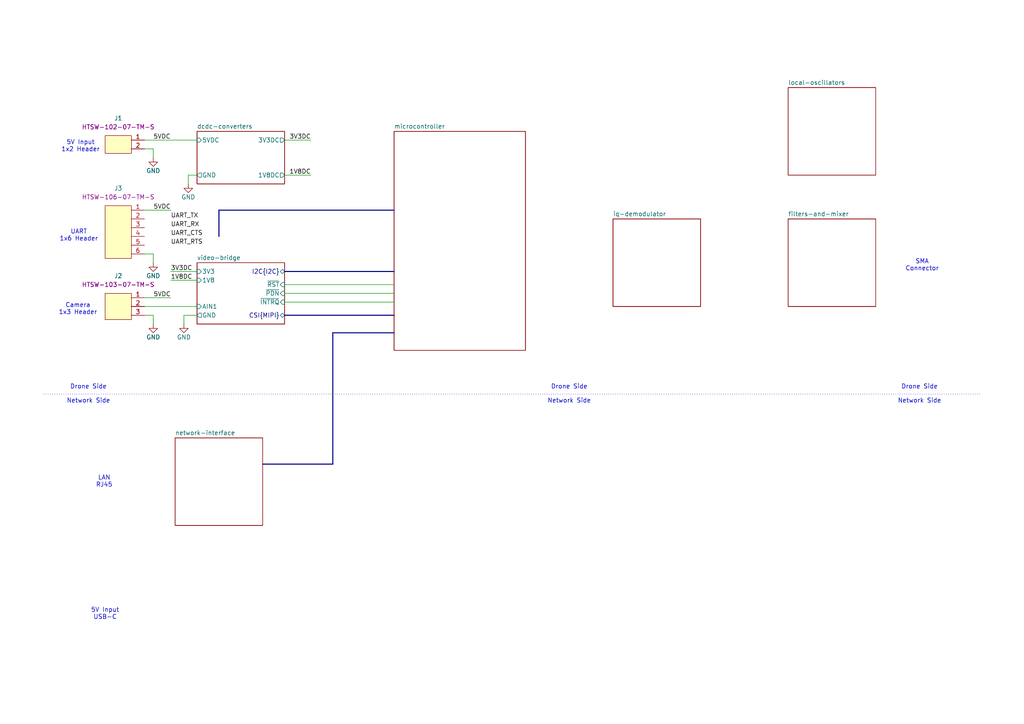
<source format=kicad_sch>
(kicad_sch (version 20250114) (generator "eeschema") (generator_version "9.0")
  (paper "A4")
  (lib_symbols
    (symbol "Connector:CONN_01x02_2.54mm" (pin_names (offset 0.002) (hide yes))
      (property "Reference" "J" (at 0 3.556 0))
      (property "ManufacturerPartNumber" "HTSW-102-07-TM-S" (at 1.27 -6.604 0))
      (symbol "CONN_01x02_2.54mm_0_1"
        (rectangle (start -3.81 2.54) (end 3.81 -2.54) (fill (type background)))
      )
      (symbol "CONN_01x02_2.54mm_1_1"
        (pin passive line (at 7.62 1.27 180) (length 3.81) (name "P1") (number "1"))
        (pin passive line (at 7.62 -1.27 180) (length 3.81) (name "P2") (number "2"))
      )
    )
    (symbol "Connector:CONN_01x03_2.54mm" (pin_names (offset 0.002) (hide yes))
      (property "Reference" "J" (at 0 4.826 0))
      (property "ManufacturerPartNumber" "HTSW-103-07-TM-S" (at 1.27 -6.604 0))
      (symbol "CONN_01x03_2.54mm_0_1"
        (rectangle (start -3.81 3.81) (end 3.81 -3.81) (fill (type background)))
      )
      (symbol "CONN_01x03_2.54mm_1_1"
        (pin passive line (at 7.62 2.54 180) (length 3.81) (name "P1") (number "1"))
        (pin passive line (at 7.62 0 180) (length 3.81) (name "P2") (number "2"))
        (pin passive line (at 7.62 -2.54 180) (length 3.81) (name "P3") (number "3"))
      )
    )
    (symbol "Connector:CONN_01x06_2.54mm" (pin_names (offset 0.002) (hide yes))
      (property "Reference" "J" (at 0 8.636 0))
      (property "ManufacturerPartNumber" "HTSW-106-07-TM-S" (at 1.27 -9.144 0))
      (symbol "CONN_01x06_2.54mm_0_1"
        (rectangle (start -3.81 7.62) (end 3.81 -7.62) (fill (type background)))
      )
      (symbol "CONN_01x06_2.54mm_1_1"
        (pin passive line (at 7.62 6.35 180) (length 3.81) (name "P1") (number "1"))
        (pin passive line (at 7.62 3.81 180) (length 3.81) (name "P2") (number "2"))
        (pin passive line (at 7.62 1.27 180) (length 3.81) (name "P3") (number "3"))
        (pin passive line (at 7.62 -1.27 180) (length 3.81) (name "P4") (number "4"))
        (pin passive line (at 7.62 -3.81 180) (length 3.81) (name "P5") (number "5"))
        (pin passive line (at 7.62 -6.35 180) (length 3.81) (name "P6") (number "6"))
      )
    )
    (symbol "Power:GND" (power) (pin_numbers (hide yes)) (pin_names (offset 0) (hide yes))
      (property "Value" "GND" (at 0 -3.81 0))
      (symbol "GND_0_1"
        (polyline (pts (xy 0 0) (xy 0 -1.27) (xy 1.27 -1.27) (xy 0 -2.54) (xy -1.27 -1.27) (xy 0 -1.27)))
      )
      (symbol "GND_1_1"
        (pin power_in line (at 0 0 270) (length 0) (name "~") (number "1"))
      )
    )
  )
  (text "Camera\n1x3 Header" (at 22.606 89.662 0) (effects (font (size 1.27 1.27))))
  (text "Drone Side\n\nNetwork Side" (at 266.7 114.3 0) (effects (font (size 1.27 1.27))))
  (text "Drone Side\n\nNetwork Side" (at 25.654 114.3 0) (effects (font (size 1.27 1.27))))
  (text "5V Input\nUSB-C" (at 30.48 178.054 0) (effects (font (size 1.27 1.27))))
  (text "SMA\nConnector" (at 267.462 76.962 0) (effects (font (size 1.27 1.27))))
  (text "UART\n1x6 Header" (at 22.86 68.326 0) (effects (font (size 1.27 1.27))))
  (text "LAN\nRJ45" (at 30.226 139.7 0) (effects (font (size 1.27 1.27))))
  (text "5V Input\n1x2 Header" (at 23.368 42.418 0) (effects (font (size 1.27 1.27))))
  (text "Drone Side\n\nNetwork Side" (at 165.1 114.3 0) (effects (font (size 1.27 1.27))))
  (wire (pts (xy 44.45 91.44) (xy 44.45 93.98)))
  (wire (pts (xy 44.45 43.18) (xy 44.45 45.72)))
  (wire (pts (xy 49.53 78.74) (xy 57.15 78.74)))
  (bus (pts (xy 82.55 91.44) (xy 114.3 91.44)))
  (bus (pts (xy 76.2 134.62) (xy 96.52 134.62)))
  (wire (pts (xy 82.55 85.09) (xy 114.3 85.09)))
  (wire (pts (xy 54.61 50.8) (xy 54.61 53.34)))
  (wire (pts (xy 57.15 50.8) (xy 54.61 50.8)))
  (wire (pts (xy 41.91 73.66) (xy 44.45 73.66)))
  (wire (pts (xy 41.91 86.36) (xy 49.53 86.36)))
  (bus (pts (xy 114.3 96.52) (xy 96.52 96.52)))
  (wire (pts (xy 82.55 82.55) (xy 114.3 82.55)))
  (polyline (pts (xy 12.7 114.3) (xy 284.48 114.3)) (stroke (width 0) (type dot)))
  (wire (pts (xy 41.91 88.9) (xy 57.15 88.9)))
  (wire (pts (xy 82.55 50.8) (xy 90.17 50.8)))
  (wire (pts (xy 41.91 91.44) (xy 44.45 91.44)))
  (wire (pts (xy 41.91 43.18) (xy 44.45 43.18)))
  (wire (pts (xy 49.53 81.28) (xy 57.15 81.28)))
  (wire (pts (xy 41.91 40.64) (xy 57.15 40.64)))
  (bus (pts (xy 96.52 96.52) (xy 96.52 134.62)))
  (wire (pts (xy 53.34 91.44) (xy 53.34 93.98)))
  (wire (pts (xy 82.55 87.63) (xy 114.3 87.63)))
  (bus (pts (xy 63.5 60.96) (xy 114.3 60.96)))
  (wire (pts (xy 57.15 91.44) (xy 53.34 91.44)))
  (bus (pts (xy 82.55 78.74) (xy 114.3 78.74)))
  (wire (pts (xy 44.45 73.66) (xy 44.45 76.2)))
  (wire (pts (xy 82.55 40.64) (xy 90.17 40.64)))
  (bus (pts (xy 63.5 68.58) (xy 63.5 60.96)))
  (wire (pts (xy 41.91 60.96) (xy 49.53 60.96)))
  (label "1V8DC" (at 49.53 81.28 0))
  (label "UART_TX" (at 49.53 63.5 0))
  (label "UART_RX" (at 49.53 66.04 0))
  (label "5VDC" (at 44.45 40.64 0))
  (label "3V3DC" (at 90.17 40.64 180))
  (label "5VDC" (at 49.53 60.96 180))
  (label "1V8DC" (at 90.17 50.8 180))
  (label "5VDC" (at 49.53 86.36 180))
  (label "UART_RTS" (at 49.53 71.12 0))
  (label "3V3DC" (at 49.53 78.74 0))
  (label "UART_CTS" (at 49.53 68.58 0))
  (symbol (lib_id "Connector:CONN_01x06_2.54mm") (at 34.29 67.31 0) (unit 1)
    (property "Reference" "J3" (at 34.29 54.61 0))
    (property "Value" "CONN_01x06_2.54mm" (effects (hide yes)))
    (property "Footprint" "footprints:HTSW-106-07-TM-S" (effects (hide yes)))
    (property "Datasheet" "https://www.mouser.de/datasheet/2/527/htsw_th-2854340.pdf" (effects (hide yes)))
    (property "Description" "CONN HEADER THT 6POS 2.54MM" (effects (hide yes)))
    (property "Manufacturer" "Samtec" (effects (hide yes)))
    (property "ManufacturerPartNumber" "HTSW-106-07-TM-S" (at 34.29 57.15 0))
    (property "Supplier1" "Mouser" (effects (hide yes)))
    (property "Supplier1PartNumber" "200-HTSW10607TMS " (effects (hide yes)))
    (property "Supplier2" "Digi-Key" (effects (hide yes)))
    (property "Supplier2PartNumber" "612-HTSW-103-07-TM-S-ND" (effects (hide yes)))
    (property "Num Contacts" "6" (effects (hide yes)))
    (property "UL94" "ULV94-V0" (effects (hide yes)))
  )
  (symbol (lib_id "Power:GND") (at 53.34 93.98 0) (unit 1)
    (property "Reference" "#PWR01" (effects (hide yes)))
    (property "Value" "GND" (at 53.34 97.79 0))
    (property "Description" "Power symbol creates a global label with name \"GND\" , ground" (effects (hide yes)))
  )
  (symbol (lib_id "Connector:CONN_01x02_2.54mm") (at 34.29 41.91 0) (unit 1)
    (property "Reference" "J1" (at 34.29 34.29 0))
    (property "Value" "CONN_01x02_2.54mm" (effects (hide yes)))
    (property "Footprint" "footprints:HTSW-102-07-TM-S" (effects (hide yes)))
    (property "Datasheet" "https://www.mouser.de/datasheet/2/527/htsw_th-2854340.pdf" (effects (hide yes)))
    (property "Description" "CONN HEADER THT 2POS 2.54MM" (effects (hide yes)))
    (property "Manufacturer" "Samtec" (effects (hide yes)))
    (property "ManufacturerPartNumber" "HTSW-102-07-TM-S" (at 34.29 36.83 0))
    (property "Supplier1" "Mouser" (effects (hide yes)))
    (property "Supplier1PartNumber" "200-HTSW10207TMS " (effects (hide yes)))
    (property "Supplier2" "Digi-Key" (effects (hide yes)))
    (property "Supplier2PartNumber" "SAM15678-ND" (effects (hide yes)))
    (property "Num Contacts" "2" (effects (hide yes)))
    (property "UL94" "ULV94-V0" (effects (hide yes)))
  )
  (symbol (lib_id "Power:GND") (at 44.45 45.72 0) (mirror y) (unit 1)
    (property "Reference" "#PWR03" (effects (hide yes)))
    (property "Value" "GND" (at 44.45 49.53 0))
    (property "Description" "Power symbol creates a global label with name \"GND\" , ground" (effects (hide yes)))
  )
  (symbol (lib_id "Power:GND") (at 44.45 93.98 0) (mirror y) (unit 1)
    (property "Reference" "#PWR04" (effects (hide yes)))
    (property "Value" "GND" (at 44.45 97.79 0))
    (property "Description" "Power symbol creates a global label with name \"GND\" , ground" (effects (hide yes)))
  )
  (symbol (lib_id "Power:GND") (at 44.45 76.2 0) (mirror y) (unit 1)
    (property "Reference" "#PWR05" (effects (hide yes)))
    (property "Value" "GND" (at 44.45 80.01 0))
    (property "Description" "Power symbol creates a global label with name \"GND\" , ground" (effects (hide yes)))
  )
  (symbol (lib_id "Power:GND") (at 54.61 53.34 0) (unit 1)
    (property "Reference" "#PWR02" (effects (hide yes)))
    (property "Value" "GND" (at 54.61 57.15 0))
    (property "Description" "Power symbol creates a global label with name \"GND\" , ground" (effects (hide yes)))
  )
  (symbol (lib_id "Connector:CONN_01x03_2.54mm") (at 34.29 88.9 0) (unit 1)
    (property "Reference" "J2" (at 34.29 80.01 0))
    (property "Value" "CONN_01x03_2.54mm" (effects (hide yes)))
    (property "Footprint" "footprints:HTSW-103-XX-X-S" (effects (hide yes)))
    (property "Datasheet" "https://www.mouser.de/datasheet/2/527/htsw_th-2854340.pdf" (effects (hide yes)))
    (property "Description" "CONN HEADER THT 3POS 2.54MM" (effects (hide yes)))
    (property "Manufacturer" "Samtec" (effects (hide yes)))
    (property "ManufacturerPartNumber" "HTSW-103-07-TM-S" (at 34.29 82.55 0))
    (property "Supplier1" "Mouser" (effects (hide yes)))
    (property "Supplier1PartNumber" "200-HTSW10307TMS " (effects (hide yes)))
    (property "Supplier2" "Digi-Key" (effects (hide yes)))
    (property "Supplier2PartNumber" "612-HTSW-103-07-TM-S-ND" (effects (hide yes)))
    (property "Num Contacts" "3" (effects (hide yes)))
    (property "UL94" "ULV94-V0" (effects (hide yes)))
  )
  (sheet (at 177.8 63.5) (size 25.4 25.4) (stroke (width 0.1524))
    (property "Sheetname" "iq-demodulator" (at 177.8 62.7884 0) (effects (justify left bottom)))
    (property "Sheetfile" "iq-demodulator.kicad_sch" (effects (hide yes)))
  )
  (sheet (at 228.6 25.4) (size 25.4 25.4) (stroke (width 0.1524))
    (property "Sheetname" "local-oscillators" (at 228.6 24.6884 0) (effects (justify left bottom)))
    (property "Sheetfile" "local-oscillators.kicad_sch" (effects (hide yes)))
  )
  (sheet (at 50.8 127) (size 25.4 25.4) (stroke (width 0.1524))
    (property "Sheetname" "network-interface" (at 50.8 126.2884 0) (effects (justify left bottom)))
    (property "Sheetfile" "netword-interface.kicad_sch" (effects (hide yes)))
  )
  (sheet (at 114.3 38.1) (size 38.1 63.5) (stroke (width 0.1524))
    (property "Sheetname" "microcontroller" (at 114.3 37.3884 0) (effects (justify left bottom)))
    (property "Sheetfile" "microcontroller.kicad_sch" (effects (hide yes)))
  )
  (sheet (at 57.15 76.2) (size 25.4 17.78) (stroke (width 0.1524))
    (property "Sheetname" "video-bridge" (at 57.15 75.4884 0) (effects (justify left bottom)))
    (property "Sheetfile" "video-bridge.kicad_sch" (effects (hide yes)))
    (pin "1V8" input (at 57.15 81.28 180))
    (pin "3V3" input (at 57.15 78.74 180))
    (pin "AIN1" input (at 57.15 88.9 180))
    (pin "CSI{MIPI}" bidirectional (at 82.55 91.44 0))
    (pin "GND" output (at 57.15 91.44 180))
    (pin "I2C{I2C}" bidirectional (at 82.55 78.74 0))
    (pin "~{INTRQ}" input (at 82.55 87.63 0))
    (pin "~{PDN}" input (at 82.55 85.09 0))
    (pin "~{RST}" input (at 82.55 82.55 0))
  )
  (sheet (at 228.6 63.5) (size 25.4 25.4) (stroke (width 0.1524))
    (property "Sheetname" "filters-and-mixer" (at 228.6 62.7884 0) (effects (justify left bottom)))
    (property "Sheetfile" "filters-and-mixer.kicad_sch" (effects (hide yes)))
  )
  (sheet (at 57.15 38.1) (size 25.4 15.24) (stroke (width 0.1524))
    (property "Sheetname" "dcdc-converters" (at 57.15 37.3884 0) (effects (justify left bottom)))
    (property "Sheetfile" "dcdc-converters.kicad_sch" (effects (hide yes)))
    (pin "1V8DC" output (at 82.55 50.8 0))
    (pin "3V3DC" output (at 82.55 40.64 0))
    (pin "5VDC" input (at 57.15 40.64 180))
    (pin "GND" output (at 57.15 50.8 180))
  )
)
</source>
